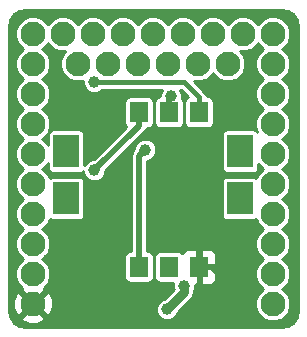
<source format=gbr>
G04 #@! TF.FileFunction,Copper,L2,Bot,Signal*
%FSLAX46Y46*%
G04 Gerber Fmt 4.6, Leading zero omitted, Abs format (unit mm)*
G04 Created by KiCad (PCBNEW 4.0.6) date 04/09/19 16:20:26*
%MOMM*%
%LPD*%
G01*
G04 APERTURE LIST*
%ADD10C,0.100000*%
%ADD11R,1.600000X1.800000*%
%ADD12R,2.200000X2.800000*%
%ADD13C,2.100000*%
%ADD14C,1.000000*%
%ADD15C,0.500000*%
%ADD16C,0.400000*%
%ADD17C,0.750000*%
%ADD18C,0.254000*%
G04 APERTURE END LIST*
D10*
D11*
X155311000Y-71925000D03*
X152771000Y-71925000D03*
X150231000Y-71925000D03*
X155311000Y-85025000D03*
X152771000Y-85025000D03*
X150231000Y-85025000D03*
D12*
X158761000Y-75225000D03*
X158761000Y-79225000D03*
X144061000Y-79225000D03*
X144061000Y-75225000D03*
D13*
X157761000Y-67845000D03*
X155221000Y-67845000D03*
X152681000Y-67845000D03*
X150141000Y-67845000D03*
X147601000Y-67845000D03*
X145061000Y-67845000D03*
X161571000Y-67845000D03*
X161571000Y-70385000D03*
X161571000Y-72925000D03*
X161571000Y-75465000D03*
X161571000Y-78005000D03*
X161571000Y-80545000D03*
X161571000Y-83085000D03*
X161571000Y-85625000D03*
X161571000Y-88165000D03*
X161571000Y-65305000D03*
X159031000Y-65305000D03*
X156491000Y-65305000D03*
X153951000Y-65305000D03*
X151411000Y-65305000D03*
X148871000Y-65305000D03*
X146331000Y-65305000D03*
X143791000Y-65305000D03*
X141251000Y-65305000D03*
X141251000Y-67845000D03*
X141251000Y-70385000D03*
X141251000Y-72925000D03*
X141251000Y-75465000D03*
X141251000Y-78005000D03*
X141251000Y-80545000D03*
X141251000Y-83085000D03*
X141251000Y-85625000D03*
X141251000Y-88165000D03*
D14*
X157711000Y-89775000D03*
X152801000Y-77895000D03*
X146461000Y-76865000D03*
X150781000Y-75105000D03*
X152961000Y-70555000D03*
X146421000Y-69405000D03*
X152621000Y-88635000D03*
X154061000Y-86625000D03*
D15*
X155331000Y-85045000D02*
X156451000Y-85045000D01*
X157701000Y-86295000D02*
X157711000Y-89775000D01*
X156451000Y-85045000D02*
X157701000Y-86295000D01*
X155331000Y-85045000D02*
X155331000Y-80425000D01*
X155331000Y-80425000D02*
X152801000Y-77895000D01*
X150251000Y-71945000D02*
X150251000Y-73075000D01*
X150251000Y-73075000D02*
X146461000Y-76865000D01*
X150251000Y-75635000D02*
X150251000Y-85045000D01*
X150781000Y-75105000D02*
X150251000Y-75635000D01*
X152791000Y-70665000D02*
X152791000Y-71945000D01*
X152961000Y-70555000D02*
X152791000Y-70665000D01*
D16*
X146441000Y-69385000D02*
X146421000Y-69405000D01*
X154071000Y-69385000D02*
X146441000Y-69385000D01*
X155331000Y-70645000D02*
X154071000Y-69385000D01*
X155331000Y-71945000D02*
X155331000Y-70645000D01*
D17*
X152621000Y-88635000D02*
X154061000Y-87195000D01*
X154061000Y-87195000D02*
X154061000Y-86625000D01*
D18*
G36*
X162861421Y-63363419D02*
X163310750Y-63663652D01*
X163610981Y-64112978D01*
X163726400Y-64693233D01*
X163726400Y-88722767D01*
X163610981Y-89303022D01*
X163310750Y-89752348D01*
X162861421Y-90052581D01*
X162281167Y-90168000D01*
X140664633Y-90168000D01*
X140084378Y-90052581D01*
X139635052Y-89752350D01*
X139368684Y-89353703D01*
X140241902Y-89353703D01*
X140346687Y-89625745D01*
X140974526Y-89860619D01*
X141644456Y-89837349D01*
X142155313Y-89625745D01*
X142260098Y-89353703D01*
X141251000Y-88344605D01*
X140241902Y-89353703D01*
X139368684Y-89353703D01*
X139334819Y-89303021D01*
X139219400Y-88722767D01*
X139219400Y-87888526D01*
X139555381Y-87888526D01*
X139578651Y-88558456D01*
X139790255Y-89069313D01*
X140062297Y-89174098D01*
X141071395Y-88165000D01*
X141430605Y-88165000D01*
X142439703Y-89174098D01*
X142711745Y-89069313D01*
X142946619Y-88441474D01*
X142923349Y-87771544D01*
X142711745Y-87260687D01*
X142439703Y-87155902D01*
X141430605Y-88165000D01*
X141071395Y-88165000D01*
X140062297Y-87155902D01*
X139790255Y-87260687D01*
X139555381Y-87888526D01*
X139219400Y-87888526D01*
X139219400Y-65599089D01*
X139765743Y-65599089D01*
X139991344Y-66145086D01*
X140408717Y-66563188D01*
X140436557Y-66574748D01*
X140410914Y-66585344D01*
X139992812Y-67002717D01*
X139766258Y-67548319D01*
X139765743Y-68139089D01*
X139991344Y-68685086D01*
X140408717Y-69103188D01*
X140436557Y-69114748D01*
X140410914Y-69125344D01*
X139992812Y-69542717D01*
X139766258Y-70088319D01*
X139765743Y-70679089D01*
X139991344Y-71225086D01*
X140408717Y-71643188D01*
X140436557Y-71654748D01*
X140410914Y-71665344D01*
X139992812Y-72082717D01*
X139766258Y-72628319D01*
X139765743Y-73219089D01*
X139991344Y-73765086D01*
X140408717Y-74183188D01*
X140436557Y-74194748D01*
X140410914Y-74205344D01*
X139992812Y-74622717D01*
X139766258Y-75168319D01*
X139765743Y-75759089D01*
X139991344Y-76305086D01*
X140408717Y-76723188D01*
X140436557Y-76734748D01*
X140410914Y-76745344D01*
X139992812Y-77162717D01*
X139766258Y-77708319D01*
X139765743Y-78299089D01*
X139991344Y-78845086D01*
X140408717Y-79263188D01*
X140436557Y-79274748D01*
X140410914Y-79285344D01*
X139992812Y-79702717D01*
X139766258Y-80248319D01*
X139765743Y-80839089D01*
X139991344Y-81385086D01*
X140408717Y-81803188D01*
X140436557Y-81814748D01*
X140410914Y-81825344D01*
X139992812Y-82242717D01*
X139766258Y-82788319D01*
X139765743Y-83379089D01*
X139991344Y-83925086D01*
X140408717Y-84343188D01*
X140436557Y-84354748D01*
X140410914Y-84365344D01*
X139992812Y-84782717D01*
X139766258Y-85328319D01*
X139765743Y-85919089D01*
X139991344Y-86465086D01*
X140314225Y-86788531D01*
X140241902Y-86976297D01*
X141251000Y-87985395D01*
X142260098Y-86976297D01*
X142187665Y-86788246D01*
X142509188Y-86467283D01*
X142735742Y-85921681D01*
X142736257Y-85330911D01*
X142510656Y-84784914D01*
X142093283Y-84366812D01*
X142065443Y-84355252D01*
X142091086Y-84344656D01*
X142291090Y-84145000D01*
X149007478Y-84145000D01*
X149007478Y-85945000D01*
X149037810Y-86106201D01*
X149133080Y-86254255D01*
X149278445Y-86353579D01*
X149451000Y-86388522D01*
X151051000Y-86388522D01*
X151212201Y-86358190D01*
X151360255Y-86262920D01*
X151459579Y-86117555D01*
X151494522Y-85945000D01*
X151494522Y-84145000D01*
X151547478Y-84145000D01*
X151547478Y-85945000D01*
X151577810Y-86106201D01*
X151673080Y-86254255D01*
X151818445Y-86353579D01*
X151991000Y-86388522D01*
X153146791Y-86388522D01*
X153126162Y-86438201D01*
X153125838Y-86810167D01*
X153176853Y-86933634D01*
X152392917Y-87717570D01*
X152092057Y-87841883D01*
X151828808Y-88104673D01*
X151686162Y-88448201D01*
X151685838Y-88820167D01*
X151827883Y-89163943D01*
X152090673Y-89427192D01*
X152434201Y-89569838D01*
X152806167Y-89570162D01*
X153149943Y-89428117D01*
X153413192Y-89165327D01*
X153538884Y-88862628D01*
X154633757Y-87767756D01*
X154809343Y-87504973D01*
X154871000Y-87195000D01*
X154871000Y-87112441D01*
X154995838Y-86811799D01*
X154996040Y-86580000D01*
X155045250Y-86580000D01*
X155204000Y-86421250D01*
X155204000Y-85172000D01*
X155458000Y-85172000D01*
X155458000Y-86421250D01*
X155616750Y-86580000D01*
X156257309Y-86580000D01*
X156490698Y-86483327D01*
X156669327Y-86304699D01*
X156766000Y-86071310D01*
X156766000Y-85330750D01*
X156607250Y-85172000D01*
X155458000Y-85172000D01*
X155204000Y-85172000D01*
X155184000Y-85172000D01*
X155184000Y-84918000D01*
X155204000Y-84918000D01*
X155204000Y-83668750D01*
X155458000Y-83668750D01*
X155458000Y-84918000D01*
X156607250Y-84918000D01*
X156766000Y-84759250D01*
X156766000Y-84018690D01*
X156669327Y-83785301D01*
X156490698Y-83606673D01*
X156257309Y-83510000D01*
X155616750Y-83510000D01*
X155458000Y-83668750D01*
X155204000Y-83668750D01*
X155045250Y-83510000D01*
X154404691Y-83510000D01*
X154171302Y-83606673D01*
X153992673Y-83785301D01*
X153947162Y-83895175D01*
X153908920Y-83835745D01*
X153763555Y-83736421D01*
X153591000Y-83701478D01*
X151991000Y-83701478D01*
X151829799Y-83731810D01*
X151681745Y-83827080D01*
X151582421Y-83972445D01*
X151547478Y-84145000D01*
X151494522Y-84145000D01*
X151464190Y-83983799D01*
X151368920Y-83835745D01*
X151223555Y-83736421D01*
X151051000Y-83701478D01*
X150936000Y-83701478D01*
X150936000Y-76040136D01*
X150966167Y-76040162D01*
X151309943Y-75898117D01*
X151573192Y-75635327D01*
X151715838Y-75291799D01*
X151716162Y-74919833D01*
X151574117Y-74576057D01*
X151311327Y-74312808D01*
X150967799Y-74170162D01*
X150595833Y-74169838D01*
X150252057Y-74311883D01*
X149988808Y-74574673D01*
X149846162Y-74918201D01*
X149846029Y-75071235D01*
X149766632Y-75150632D01*
X149618143Y-75372862D01*
X149566000Y-75635000D01*
X149566000Y-83701478D01*
X149451000Y-83701478D01*
X149289799Y-83731810D01*
X149141745Y-83827080D01*
X149042421Y-83972445D01*
X149007478Y-84145000D01*
X142291090Y-84145000D01*
X142509188Y-83927283D01*
X142735742Y-83381681D01*
X142736257Y-82790911D01*
X142510656Y-82244914D01*
X142093283Y-81826812D01*
X142065443Y-81815252D01*
X142091086Y-81804656D01*
X142509188Y-81387283D01*
X142683269Y-80968050D01*
X142808445Y-81053579D01*
X142981000Y-81088522D01*
X145181000Y-81088522D01*
X145342201Y-81058190D01*
X145490255Y-80962920D01*
X145589579Y-80817555D01*
X145624522Y-80645000D01*
X145624522Y-77845000D01*
X145594190Y-77683799D01*
X145498920Y-77535745D01*
X145353555Y-77436421D01*
X145181000Y-77401478D01*
X142981000Y-77401478D01*
X142819799Y-77431810D01*
X142671745Y-77527080D01*
X142664613Y-77537518D01*
X142510656Y-77164914D01*
X142093283Y-76746812D01*
X142065443Y-76735252D01*
X142091086Y-76724656D01*
X142509188Y-76307283D01*
X142537478Y-76239153D01*
X142537478Y-76645000D01*
X142567810Y-76806201D01*
X142663080Y-76954255D01*
X142808445Y-77053579D01*
X142981000Y-77088522D01*
X145181000Y-77088522D01*
X145342201Y-77058190D01*
X145490255Y-76962920D01*
X145525960Y-76910665D01*
X145525838Y-77050167D01*
X145667883Y-77393943D01*
X145930673Y-77657192D01*
X146274201Y-77799838D01*
X146646167Y-77800162D01*
X146989943Y-77658117D01*
X147253192Y-77395327D01*
X147395838Y-77051799D01*
X147395971Y-76898765D01*
X150735368Y-73559368D01*
X150883857Y-73337138D01*
X150893527Y-73288522D01*
X151051000Y-73288522D01*
X151212201Y-73258190D01*
X151360255Y-73162920D01*
X151459579Y-73017555D01*
X151494522Y-72845000D01*
X151494522Y-71045000D01*
X151464190Y-70883799D01*
X151368920Y-70735745D01*
X151223555Y-70636421D01*
X151051000Y-70601478D01*
X149451000Y-70601478D01*
X149289799Y-70631810D01*
X149141745Y-70727080D01*
X149042421Y-70872445D01*
X149007478Y-71045000D01*
X149007478Y-72845000D01*
X149037810Y-73006201D01*
X149133080Y-73154255D01*
X149174623Y-73182641D01*
X146427294Y-75929970D01*
X146275833Y-75929838D01*
X145932057Y-76071883D01*
X145668808Y-76334673D01*
X145624522Y-76441325D01*
X145624522Y-73845000D01*
X145594190Y-73683799D01*
X145498920Y-73535745D01*
X145353555Y-73436421D01*
X145181000Y-73401478D01*
X142981000Y-73401478D01*
X142819799Y-73431810D01*
X142671745Y-73527080D01*
X142572421Y-73672445D01*
X142537478Y-73845000D01*
X142537478Y-74689828D01*
X142510656Y-74624914D01*
X142093283Y-74206812D01*
X142065443Y-74195252D01*
X142091086Y-74184656D01*
X142509188Y-73767283D01*
X142735742Y-73221681D01*
X142736257Y-72630911D01*
X142510656Y-72084914D01*
X142093283Y-71666812D01*
X142065443Y-71655252D01*
X142091086Y-71644656D01*
X142509188Y-71227283D01*
X142735742Y-70681681D01*
X142736257Y-70090911D01*
X142510656Y-69544914D01*
X142093283Y-69126812D01*
X142065443Y-69115252D01*
X142091086Y-69104656D01*
X142509188Y-68687283D01*
X142735742Y-68141681D01*
X142736257Y-67550911D01*
X142510656Y-67004914D01*
X142093283Y-66586812D01*
X142065443Y-66575252D01*
X142091086Y-66564656D01*
X142509188Y-66147283D01*
X142520748Y-66119443D01*
X142531344Y-66145086D01*
X142948717Y-66563188D01*
X143494319Y-66789742D01*
X144015704Y-66790197D01*
X143802812Y-67002717D01*
X143576258Y-67548319D01*
X143575743Y-68139089D01*
X143801344Y-68685086D01*
X144218717Y-69103188D01*
X144764319Y-69329742D01*
X145355089Y-69330257D01*
X145486112Y-69276120D01*
X145485838Y-69590167D01*
X145627883Y-69933943D01*
X145890673Y-70197192D01*
X146234201Y-70339838D01*
X146606167Y-70340162D01*
X146949943Y-70198117D01*
X147128371Y-70020000D01*
X152173489Y-70020000D01*
X152168808Y-70024673D01*
X152026162Y-70368201D01*
X152025959Y-70601478D01*
X151991000Y-70601478D01*
X151829799Y-70631810D01*
X151681745Y-70727080D01*
X151582421Y-70872445D01*
X151547478Y-71045000D01*
X151547478Y-72845000D01*
X151577810Y-73006201D01*
X151673080Y-73154255D01*
X151818445Y-73253579D01*
X151991000Y-73288522D01*
X153591000Y-73288522D01*
X153752201Y-73258190D01*
X153900255Y-73162920D01*
X153999579Y-73017555D01*
X154034522Y-72845000D01*
X154034522Y-71045000D01*
X154004190Y-70883799D01*
X153908920Y-70735745D01*
X153895851Y-70726815D01*
X153896162Y-70369833D01*
X153754117Y-70026057D01*
X153748071Y-70020000D01*
X153807974Y-70020000D01*
X154411868Y-70623894D01*
X154369799Y-70631810D01*
X154221745Y-70727080D01*
X154122421Y-70872445D01*
X154087478Y-71045000D01*
X154087478Y-72845000D01*
X154117810Y-73006201D01*
X154213080Y-73154255D01*
X154358445Y-73253579D01*
X154531000Y-73288522D01*
X156131000Y-73288522D01*
X156292201Y-73258190D01*
X156440255Y-73162920D01*
X156539579Y-73017555D01*
X156574522Y-72845000D01*
X156574522Y-71045000D01*
X156544190Y-70883799D01*
X156448920Y-70735745D01*
X156303555Y-70636421D01*
X156131000Y-70601478D01*
X155957343Y-70601478D01*
X155917664Y-70401996D01*
X155780013Y-70195987D01*
X154906276Y-69322250D01*
X154924319Y-69329742D01*
X155515089Y-69330257D01*
X156061086Y-69104656D01*
X156479188Y-68687283D01*
X156490748Y-68659443D01*
X156501344Y-68685086D01*
X156918717Y-69103188D01*
X157464319Y-69329742D01*
X158055089Y-69330257D01*
X158601086Y-69104656D01*
X159019188Y-68687283D01*
X159245742Y-68141681D01*
X159246257Y-67550911D01*
X159020656Y-67004914D01*
X158805921Y-66789804D01*
X159325089Y-66790257D01*
X159871086Y-66564656D01*
X160289188Y-66147283D01*
X160300748Y-66119443D01*
X160311344Y-66145086D01*
X160728717Y-66563188D01*
X160756557Y-66574748D01*
X160730914Y-66585344D01*
X160312812Y-67002717D01*
X160086258Y-67548319D01*
X160085743Y-68139089D01*
X160311344Y-68685086D01*
X160728717Y-69103188D01*
X160756557Y-69114748D01*
X160730914Y-69125344D01*
X160312812Y-69542717D01*
X160086258Y-70088319D01*
X160085743Y-70679089D01*
X160311344Y-71225086D01*
X160728717Y-71643188D01*
X160756557Y-71654748D01*
X160730914Y-71665344D01*
X160312812Y-72082717D01*
X160086258Y-72628319D01*
X160085743Y-73219089D01*
X160248273Y-73612441D01*
X160198920Y-73535745D01*
X160053555Y-73436421D01*
X159881000Y-73401478D01*
X157681000Y-73401478D01*
X157519799Y-73431810D01*
X157371745Y-73527080D01*
X157272421Y-73672445D01*
X157237478Y-73845000D01*
X157237478Y-76645000D01*
X157267810Y-76806201D01*
X157363080Y-76954255D01*
X157508445Y-77053579D01*
X157681000Y-77088522D01*
X159881000Y-77088522D01*
X160042201Y-77058190D01*
X160190255Y-76962920D01*
X160289579Y-76817555D01*
X160324522Y-76645000D01*
X160324522Y-76318287D01*
X160728717Y-76723188D01*
X160756557Y-76734748D01*
X160730914Y-76745344D01*
X160312812Y-77162717D01*
X160166979Y-77513921D01*
X160053555Y-77436421D01*
X159881000Y-77401478D01*
X157681000Y-77401478D01*
X157519799Y-77431810D01*
X157371745Y-77527080D01*
X157272421Y-77672445D01*
X157237478Y-77845000D01*
X157237478Y-80645000D01*
X157267810Y-80806201D01*
X157363080Y-80954255D01*
X157508445Y-81053579D01*
X157681000Y-81088522D01*
X159881000Y-81088522D01*
X160042201Y-81058190D01*
X160148113Y-80990037D01*
X160311344Y-81385086D01*
X160728717Y-81803188D01*
X160756557Y-81814748D01*
X160730914Y-81825344D01*
X160312812Y-82242717D01*
X160086258Y-82788319D01*
X160085743Y-83379089D01*
X160311344Y-83925086D01*
X160728717Y-84343188D01*
X160756557Y-84354748D01*
X160730914Y-84365344D01*
X160312812Y-84782717D01*
X160086258Y-85328319D01*
X160085743Y-85919089D01*
X160311344Y-86465086D01*
X160728717Y-86883188D01*
X160756557Y-86894748D01*
X160730914Y-86905344D01*
X160312812Y-87322717D01*
X160086258Y-87868319D01*
X160085743Y-88459089D01*
X160311344Y-89005086D01*
X160728717Y-89423188D01*
X161274319Y-89649742D01*
X161865089Y-89650257D01*
X162411086Y-89424656D01*
X162829188Y-89007283D01*
X163055742Y-88461681D01*
X163056257Y-87870911D01*
X162830656Y-87324914D01*
X162413283Y-86906812D01*
X162385443Y-86895252D01*
X162411086Y-86884656D01*
X162829188Y-86467283D01*
X163055742Y-85921681D01*
X163056257Y-85330911D01*
X162830656Y-84784914D01*
X162413283Y-84366812D01*
X162385443Y-84355252D01*
X162411086Y-84344656D01*
X162829188Y-83927283D01*
X163055742Y-83381681D01*
X163056257Y-82790911D01*
X162830656Y-82244914D01*
X162413283Y-81826812D01*
X162385443Y-81815252D01*
X162411086Y-81804656D01*
X162829188Y-81387283D01*
X163055742Y-80841681D01*
X163056257Y-80250911D01*
X162830656Y-79704914D01*
X162413283Y-79286812D01*
X162385443Y-79275252D01*
X162411086Y-79264656D01*
X162829188Y-78847283D01*
X163055742Y-78301681D01*
X163056257Y-77710911D01*
X162830656Y-77164914D01*
X162413283Y-76746812D01*
X162385443Y-76735252D01*
X162411086Y-76724656D01*
X162829188Y-76307283D01*
X163055742Y-75761681D01*
X163056257Y-75170911D01*
X162830656Y-74624914D01*
X162413283Y-74206812D01*
X162385443Y-74195252D01*
X162411086Y-74184656D01*
X162829188Y-73767283D01*
X163055742Y-73221681D01*
X163056257Y-72630911D01*
X162830656Y-72084914D01*
X162413283Y-71666812D01*
X162385443Y-71655252D01*
X162411086Y-71644656D01*
X162829188Y-71227283D01*
X163055742Y-70681681D01*
X163056257Y-70090911D01*
X162830656Y-69544914D01*
X162413283Y-69126812D01*
X162385443Y-69115252D01*
X162411086Y-69104656D01*
X162829188Y-68687283D01*
X163055742Y-68141681D01*
X163056257Y-67550911D01*
X162830656Y-67004914D01*
X162413283Y-66586812D01*
X162385443Y-66575252D01*
X162411086Y-66564656D01*
X162829188Y-66147283D01*
X163055742Y-65601681D01*
X163056257Y-65010911D01*
X162830656Y-64464914D01*
X162413283Y-64046812D01*
X161867681Y-63820258D01*
X161276911Y-63819743D01*
X160730914Y-64045344D01*
X160312812Y-64462717D01*
X160301252Y-64490557D01*
X160290656Y-64464914D01*
X159873283Y-64046812D01*
X159327681Y-63820258D01*
X158736911Y-63819743D01*
X158190914Y-64045344D01*
X157772812Y-64462717D01*
X157761252Y-64490557D01*
X157750656Y-64464914D01*
X157333283Y-64046812D01*
X156787681Y-63820258D01*
X156196911Y-63819743D01*
X155650914Y-64045344D01*
X155232812Y-64462717D01*
X155221252Y-64490557D01*
X155210656Y-64464914D01*
X154793283Y-64046812D01*
X154247681Y-63820258D01*
X153656911Y-63819743D01*
X153110914Y-64045344D01*
X152692812Y-64462717D01*
X152681252Y-64490557D01*
X152670656Y-64464914D01*
X152253283Y-64046812D01*
X151707681Y-63820258D01*
X151116911Y-63819743D01*
X150570914Y-64045344D01*
X150152812Y-64462717D01*
X150141252Y-64490557D01*
X150130656Y-64464914D01*
X149713283Y-64046812D01*
X149167681Y-63820258D01*
X148576911Y-63819743D01*
X148030914Y-64045344D01*
X147612812Y-64462717D01*
X147601252Y-64490557D01*
X147590656Y-64464914D01*
X147173283Y-64046812D01*
X146627681Y-63820258D01*
X146036911Y-63819743D01*
X145490914Y-64045344D01*
X145072812Y-64462717D01*
X145061252Y-64490557D01*
X145050656Y-64464914D01*
X144633283Y-64046812D01*
X144087681Y-63820258D01*
X143496911Y-63819743D01*
X142950914Y-64045344D01*
X142532812Y-64462717D01*
X142521252Y-64490557D01*
X142510656Y-64464914D01*
X142093283Y-64046812D01*
X141547681Y-63820258D01*
X140956911Y-63819743D01*
X140410914Y-64045344D01*
X139992812Y-64462717D01*
X139766258Y-65008319D01*
X139765743Y-65599089D01*
X139219400Y-65599089D01*
X139219400Y-64693233D01*
X139334819Y-64112979D01*
X139635052Y-63663650D01*
X140084378Y-63363419D01*
X140664633Y-63248000D01*
X162281167Y-63248000D01*
X162861421Y-63363419D01*
X162861421Y-63363419D01*
G37*
X162861421Y-63363419D02*
X163310750Y-63663652D01*
X163610981Y-64112978D01*
X163726400Y-64693233D01*
X163726400Y-88722767D01*
X163610981Y-89303022D01*
X163310750Y-89752348D01*
X162861421Y-90052581D01*
X162281167Y-90168000D01*
X140664633Y-90168000D01*
X140084378Y-90052581D01*
X139635052Y-89752350D01*
X139368684Y-89353703D01*
X140241902Y-89353703D01*
X140346687Y-89625745D01*
X140974526Y-89860619D01*
X141644456Y-89837349D01*
X142155313Y-89625745D01*
X142260098Y-89353703D01*
X141251000Y-88344605D01*
X140241902Y-89353703D01*
X139368684Y-89353703D01*
X139334819Y-89303021D01*
X139219400Y-88722767D01*
X139219400Y-87888526D01*
X139555381Y-87888526D01*
X139578651Y-88558456D01*
X139790255Y-89069313D01*
X140062297Y-89174098D01*
X141071395Y-88165000D01*
X141430605Y-88165000D01*
X142439703Y-89174098D01*
X142711745Y-89069313D01*
X142946619Y-88441474D01*
X142923349Y-87771544D01*
X142711745Y-87260687D01*
X142439703Y-87155902D01*
X141430605Y-88165000D01*
X141071395Y-88165000D01*
X140062297Y-87155902D01*
X139790255Y-87260687D01*
X139555381Y-87888526D01*
X139219400Y-87888526D01*
X139219400Y-65599089D01*
X139765743Y-65599089D01*
X139991344Y-66145086D01*
X140408717Y-66563188D01*
X140436557Y-66574748D01*
X140410914Y-66585344D01*
X139992812Y-67002717D01*
X139766258Y-67548319D01*
X139765743Y-68139089D01*
X139991344Y-68685086D01*
X140408717Y-69103188D01*
X140436557Y-69114748D01*
X140410914Y-69125344D01*
X139992812Y-69542717D01*
X139766258Y-70088319D01*
X139765743Y-70679089D01*
X139991344Y-71225086D01*
X140408717Y-71643188D01*
X140436557Y-71654748D01*
X140410914Y-71665344D01*
X139992812Y-72082717D01*
X139766258Y-72628319D01*
X139765743Y-73219089D01*
X139991344Y-73765086D01*
X140408717Y-74183188D01*
X140436557Y-74194748D01*
X140410914Y-74205344D01*
X139992812Y-74622717D01*
X139766258Y-75168319D01*
X139765743Y-75759089D01*
X139991344Y-76305086D01*
X140408717Y-76723188D01*
X140436557Y-76734748D01*
X140410914Y-76745344D01*
X139992812Y-77162717D01*
X139766258Y-77708319D01*
X139765743Y-78299089D01*
X139991344Y-78845086D01*
X140408717Y-79263188D01*
X140436557Y-79274748D01*
X140410914Y-79285344D01*
X139992812Y-79702717D01*
X139766258Y-80248319D01*
X139765743Y-80839089D01*
X139991344Y-81385086D01*
X140408717Y-81803188D01*
X140436557Y-81814748D01*
X140410914Y-81825344D01*
X139992812Y-82242717D01*
X139766258Y-82788319D01*
X139765743Y-83379089D01*
X139991344Y-83925086D01*
X140408717Y-84343188D01*
X140436557Y-84354748D01*
X140410914Y-84365344D01*
X139992812Y-84782717D01*
X139766258Y-85328319D01*
X139765743Y-85919089D01*
X139991344Y-86465086D01*
X140314225Y-86788531D01*
X140241902Y-86976297D01*
X141251000Y-87985395D01*
X142260098Y-86976297D01*
X142187665Y-86788246D01*
X142509188Y-86467283D01*
X142735742Y-85921681D01*
X142736257Y-85330911D01*
X142510656Y-84784914D01*
X142093283Y-84366812D01*
X142065443Y-84355252D01*
X142091086Y-84344656D01*
X142291090Y-84145000D01*
X149007478Y-84145000D01*
X149007478Y-85945000D01*
X149037810Y-86106201D01*
X149133080Y-86254255D01*
X149278445Y-86353579D01*
X149451000Y-86388522D01*
X151051000Y-86388522D01*
X151212201Y-86358190D01*
X151360255Y-86262920D01*
X151459579Y-86117555D01*
X151494522Y-85945000D01*
X151494522Y-84145000D01*
X151547478Y-84145000D01*
X151547478Y-85945000D01*
X151577810Y-86106201D01*
X151673080Y-86254255D01*
X151818445Y-86353579D01*
X151991000Y-86388522D01*
X153146791Y-86388522D01*
X153126162Y-86438201D01*
X153125838Y-86810167D01*
X153176853Y-86933634D01*
X152392917Y-87717570D01*
X152092057Y-87841883D01*
X151828808Y-88104673D01*
X151686162Y-88448201D01*
X151685838Y-88820167D01*
X151827883Y-89163943D01*
X152090673Y-89427192D01*
X152434201Y-89569838D01*
X152806167Y-89570162D01*
X153149943Y-89428117D01*
X153413192Y-89165327D01*
X153538884Y-88862628D01*
X154633757Y-87767756D01*
X154809343Y-87504973D01*
X154871000Y-87195000D01*
X154871000Y-87112441D01*
X154995838Y-86811799D01*
X154996040Y-86580000D01*
X155045250Y-86580000D01*
X155204000Y-86421250D01*
X155204000Y-85172000D01*
X155458000Y-85172000D01*
X155458000Y-86421250D01*
X155616750Y-86580000D01*
X156257309Y-86580000D01*
X156490698Y-86483327D01*
X156669327Y-86304699D01*
X156766000Y-86071310D01*
X156766000Y-85330750D01*
X156607250Y-85172000D01*
X155458000Y-85172000D01*
X155204000Y-85172000D01*
X155184000Y-85172000D01*
X155184000Y-84918000D01*
X155204000Y-84918000D01*
X155204000Y-83668750D01*
X155458000Y-83668750D01*
X155458000Y-84918000D01*
X156607250Y-84918000D01*
X156766000Y-84759250D01*
X156766000Y-84018690D01*
X156669327Y-83785301D01*
X156490698Y-83606673D01*
X156257309Y-83510000D01*
X155616750Y-83510000D01*
X155458000Y-83668750D01*
X155204000Y-83668750D01*
X155045250Y-83510000D01*
X154404691Y-83510000D01*
X154171302Y-83606673D01*
X153992673Y-83785301D01*
X153947162Y-83895175D01*
X153908920Y-83835745D01*
X153763555Y-83736421D01*
X153591000Y-83701478D01*
X151991000Y-83701478D01*
X151829799Y-83731810D01*
X151681745Y-83827080D01*
X151582421Y-83972445D01*
X151547478Y-84145000D01*
X151494522Y-84145000D01*
X151464190Y-83983799D01*
X151368920Y-83835745D01*
X151223555Y-83736421D01*
X151051000Y-83701478D01*
X150936000Y-83701478D01*
X150936000Y-76040136D01*
X150966167Y-76040162D01*
X151309943Y-75898117D01*
X151573192Y-75635327D01*
X151715838Y-75291799D01*
X151716162Y-74919833D01*
X151574117Y-74576057D01*
X151311327Y-74312808D01*
X150967799Y-74170162D01*
X150595833Y-74169838D01*
X150252057Y-74311883D01*
X149988808Y-74574673D01*
X149846162Y-74918201D01*
X149846029Y-75071235D01*
X149766632Y-75150632D01*
X149618143Y-75372862D01*
X149566000Y-75635000D01*
X149566000Y-83701478D01*
X149451000Y-83701478D01*
X149289799Y-83731810D01*
X149141745Y-83827080D01*
X149042421Y-83972445D01*
X149007478Y-84145000D01*
X142291090Y-84145000D01*
X142509188Y-83927283D01*
X142735742Y-83381681D01*
X142736257Y-82790911D01*
X142510656Y-82244914D01*
X142093283Y-81826812D01*
X142065443Y-81815252D01*
X142091086Y-81804656D01*
X142509188Y-81387283D01*
X142683269Y-80968050D01*
X142808445Y-81053579D01*
X142981000Y-81088522D01*
X145181000Y-81088522D01*
X145342201Y-81058190D01*
X145490255Y-80962920D01*
X145589579Y-80817555D01*
X145624522Y-80645000D01*
X145624522Y-77845000D01*
X145594190Y-77683799D01*
X145498920Y-77535745D01*
X145353555Y-77436421D01*
X145181000Y-77401478D01*
X142981000Y-77401478D01*
X142819799Y-77431810D01*
X142671745Y-77527080D01*
X142664613Y-77537518D01*
X142510656Y-77164914D01*
X142093283Y-76746812D01*
X142065443Y-76735252D01*
X142091086Y-76724656D01*
X142509188Y-76307283D01*
X142537478Y-76239153D01*
X142537478Y-76645000D01*
X142567810Y-76806201D01*
X142663080Y-76954255D01*
X142808445Y-77053579D01*
X142981000Y-77088522D01*
X145181000Y-77088522D01*
X145342201Y-77058190D01*
X145490255Y-76962920D01*
X145525960Y-76910665D01*
X145525838Y-77050167D01*
X145667883Y-77393943D01*
X145930673Y-77657192D01*
X146274201Y-77799838D01*
X146646167Y-77800162D01*
X146989943Y-77658117D01*
X147253192Y-77395327D01*
X147395838Y-77051799D01*
X147395971Y-76898765D01*
X150735368Y-73559368D01*
X150883857Y-73337138D01*
X150893527Y-73288522D01*
X151051000Y-73288522D01*
X151212201Y-73258190D01*
X151360255Y-73162920D01*
X151459579Y-73017555D01*
X151494522Y-72845000D01*
X151494522Y-71045000D01*
X151464190Y-70883799D01*
X151368920Y-70735745D01*
X151223555Y-70636421D01*
X151051000Y-70601478D01*
X149451000Y-70601478D01*
X149289799Y-70631810D01*
X149141745Y-70727080D01*
X149042421Y-70872445D01*
X149007478Y-71045000D01*
X149007478Y-72845000D01*
X149037810Y-73006201D01*
X149133080Y-73154255D01*
X149174623Y-73182641D01*
X146427294Y-75929970D01*
X146275833Y-75929838D01*
X145932057Y-76071883D01*
X145668808Y-76334673D01*
X145624522Y-76441325D01*
X145624522Y-73845000D01*
X145594190Y-73683799D01*
X145498920Y-73535745D01*
X145353555Y-73436421D01*
X145181000Y-73401478D01*
X142981000Y-73401478D01*
X142819799Y-73431810D01*
X142671745Y-73527080D01*
X142572421Y-73672445D01*
X142537478Y-73845000D01*
X142537478Y-74689828D01*
X142510656Y-74624914D01*
X142093283Y-74206812D01*
X142065443Y-74195252D01*
X142091086Y-74184656D01*
X142509188Y-73767283D01*
X142735742Y-73221681D01*
X142736257Y-72630911D01*
X142510656Y-72084914D01*
X142093283Y-71666812D01*
X142065443Y-71655252D01*
X142091086Y-71644656D01*
X142509188Y-71227283D01*
X142735742Y-70681681D01*
X142736257Y-70090911D01*
X142510656Y-69544914D01*
X142093283Y-69126812D01*
X142065443Y-69115252D01*
X142091086Y-69104656D01*
X142509188Y-68687283D01*
X142735742Y-68141681D01*
X142736257Y-67550911D01*
X142510656Y-67004914D01*
X142093283Y-66586812D01*
X142065443Y-66575252D01*
X142091086Y-66564656D01*
X142509188Y-66147283D01*
X142520748Y-66119443D01*
X142531344Y-66145086D01*
X142948717Y-66563188D01*
X143494319Y-66789742D01*
X144015704Y-66790197D01*
X143802812Y-67002717D01*
X143576258Y-67548319D01*
X143575743Y-68139089D01*
X143801344Y-68685086D01*
X144218717Y-69103188D01*
X144764319Y-69329742D01*
X145355089Y-69330257D01*
X145486112Y-69276120D01*
X145485838Y-69590167D01*
X145627883Y-69933943D01*
X145890673Y-70197192D01*
X146234201Y-70339838D01*
X146606167Y-70340162D01*
X146949943Y-70198117D01*
X147128371Y-70020000D01*
X152173489Y-70020000D01*
X152168808Y-70024673D01*
X152026162Y-70368201D01*
X152025959Y-70601478D01*
X151991000Y-70601478D01*
X151829799Y-70631810D01*
X151681745Y-70727080D01*
X151582421Y-70872445D01*
X151547478Y-71045000D01*
X151547478Y-72845000D01*
X151577810Y-73006201D01*
X151673080Y-73154255D01*
X151818445Y-73253579D01*
X151991000Y-73288522D01*
X153591000Y-73288522D01*
X153752201Y-73258190D01*
X153900255Y-73162920D01*
X153999579Y-73017555D01*
X154034522Y-72845000D01*
X154034522Y-71045000D01*
X154004190Y-70883799D01*
X153908920Y-70735745D01*
X153895851Y-70726815D01*
X153896162Y-70369833D01*
X153754117Y-70026057D01*
X153748071Y-70020000D01*
X153807974Y-70020000D01*
X154411868Y-70623894D01*
X154369799Y-70631810D01*
X154221745Y-70727080D01*
X154122421Y-70872445D01*
X154087478Y-71045000D01*
X154087478Y-72845000D01*
X154117810Y-73006201D01*
X154213080Y-73154255D01*
X154358445Y-73253579D01*
X154531000Y-73288522D01*
X156131000Y-73288522D01*
X156292201Y-73258190D01*
X156440255Y-73162920D01*
X156539579Y-73017555D01*
X156574522Y-72845000D01*
X156574522Y-71045000D01*
X156544190Y-70883799D01*
X156448920Y-70735745D01*
X156303555Y-70636421D01*
X156131000Y-70601478D01*
X155957343Y-70601478D01*
X155917664Y-70401996D01*
X155780013Y-70195987D01*
X154906276Y-69322250D01*
X154924319Y-69329742D01*
X155515089Y-69330257D01*
X156061086Y-69104656D01*
X156479188Y-68687283D01*
X156490748Y-68659443D01*
X156501344Y-68685086D01*
X156918717Y-69103188D01*
X157464319Y-69329742D01*
X158055089Y-69330257D01*
X158601086Y-69104656D01*
X159019188Y-68687283D01*
X159245742Y-68141681D01*
X159246257Y-67550911D01*
X159020656Y-67004914D01*
X158805921Y-66789804D01*
X159325089Y-66790257D01*
X159871086Y-66564656D01*
X160289188Y-66147283D01*
X160300748Y-66119443D01*
X160311344Y-66145086D01*
X160728717Y-66563188D01*
X160756557Y-66574748D01*
X160730914Y-66585344D01*
X160312812Y-67002717D01*
X160086258Y-67548319D01*
X160085743Y-68139089D01*
X160311344Y-68685086D01*
X160728717Y-69103188D01*
X160756557Y-69114748D01*
X160730914Y-69125344D01*
X160312812Y-69542717D01*
X160086258Y-70088319D01*
X160085743Y-70679089D01*
X160311344Y-71225086D01*
X160728717Y-71643188D01*
X160756557Y-71654748D01*
X160730914Y-71665344D01*
X160312812Y-72082717D01*
X160086258Y-72628319D01*
X160085743Y-73219089D01*
X160248273Y-73612441D01*
X160198920Y-73535745D01*
X160053555Y-73436421D01*
X159881000Y-73401478D01*
X157681000Y-73401478D01*
X157519799Y-73431810D01*
X157371745Y-73527080D01*
X157272421Y-73672445D01*
X157237478Y-73845000D01*
X157237478Y-76645000D01*
X157267810Y-76806201D01*
X157363080Y-76954255D01*
X157508445Y-77053579D01*
X157681000Y-77088522D01*
X159881000Y-77088522D01*
X160042201Y-77058190D01*
X160190255Y-76962920D01*
X160289579Y-76817555D01*
X160324522Y-76645000D01*
X160324522Y-76318287D01*
X160728717Y-76723188D01*
X160756557Y-76734748D01*
X160730914Y-76745344D01*
X160312812Y-77162717D01*
X160166979Y-77513921D01*
X160053555Y-77436421D01*
X159881000Y-77401478D01*
X157681000Y-77401478D01*
X157519799Y-77431810D01*
X157371745Y-77527080D01*
X157272421Y-77672445D01*
X157237478Y-77845000D01*
X157237478Y-80645000D01*
X157267810Y-80806201D01*
X157363080Y-80954255D01*
X157508445Y-81053579D01*
X157681000Y-81088522D01*
X159881000Y-81088522D01*
X160042201Y-81058190D01*
X160148113Y-80990037D01*
X160311344Y-81385086D01*
X160728717Y-81803188D01*
X160756557Y-81814748D01*
X160730914Y-81825344D01*
X160312812Y-82242717D01*
X160086258Y-82788319D01*
X160085743Y-83379089D01*
X160311344Y-83925086D01*
X160728717Y-84343188D01*
X160756557Y-84354748D01*
X160730914Y-84365344D01*
X160312812Y-84782717D01*
X160086258Y-85328319D01*
X160085743Y-85919089D01*
X160311344Y-86465086D01*
X160728717Y-86883188D01*
X160756557Y-86894748D01*
X160730914Y-86905344D01*
X160312812Y-87322717D01*
X160086258Y-87868319D01*
X160085743Y-88459089D01*
X160311344Y-89005086D01*
X160728717Y-89423188D01*
X161274319Y-89649742D01*
X161865089Y-89650257D01*
X162411086Y-89424656D01*
X162829188Y-89007283D01*
X163055742Y-88461681D01*
X163056257Y-87870911D01*
X162830656Y-87324914D01*
X162413283Y-86906812D01*
X162385443Y-86895252D01*
X162411086Y-86884656D01*
X162829188Y-86467283D01*
X163055742Y-85921681D01*
X163056257Y-85330911D01*
X162830656Y-84784914D01*
X162413283Y-84366812D01*
X162385443Y-84355252D01*
X162411086Y-84344656D01*
X162829188Y-83927283D01*
X163055742Y-83381681D01*
X163056257Y-82790911D01*
X162830656Y-82244914D01*
X162413283Y-81826812D01*
X162385443Y-81815252D01*
X162411086Y-81804656D01*
X162829188Y-81387283D01*
X163055742Y-80841681D01*
X163056257Y-80250911D01*
X162830656Y-79704914D01*
X162413283Y-79286812D01*
X162385443Y-79275252D01*
X162411086Y-79264656D01*
X162829188Y-78847283D01*
X163055742Y-78301681D01*
X163056257Y-77710911D01*
X162830656Y-77164914D01*
X162413283Y-76746812D01*
X162385443Y-76735252D01*
X162411086Y-76724656D01*
X162829188Y-76307283D01*
X163055742Y-75761681D01*
X163056257Y-75170911D01*
X162830656Y-74624914D01*
X162413283Y-74206812D01*
X162385443Y-74195252D01*
X162411086Y-74184656D01*
X162829188Y-73767283D01*
X163055742Y-73221681D01*
X163056257Y-72630911D01*
X162830656Y-72084914D01*
X162413283Y-71666812D01*
X162385443Y-71655252D01*
X162411086Y-71644656D01*
X162829188Y-71227283D01*
X163055742Y-70681681D01*
X163056257Y-70090911D01*
X162830656Y-69544914D01*
X162413283Y-69126812D01*
X162385443Y-69115252D01*
X162411086Y-69104656D01*
X162829188Y-68687283D01*
X163055742Y-68141681D01*
X163056257Y-67550911D01*
X162830656Y-67004914D01*
X162413283Y-66586812D01*
X162385443Y-66575252D01*
X162411086Y-66564656D01*
X162829188Y-66147283D01*
X163055742Y-65601681D01*
X163056257Y-65010911D01*
X162830656Y-64464914D01*
X162413283Y-64046812D01*
X161867681Y-63820258D01*
X161276911Y-63819743D01*
X160730914Y-64045344D01*
X160312812Y-64462717D01*
X160301252Y-64490557D01*
X160290656Y-64464914D01*
X159873283Y-64046812D01*
X159327681Y-63820258D01*
X158736911Y-63819743D01*
X158190914Y-64045344D01*
X157772812Y-64462717D01*
X157761252Y-64490557D01*
X157750656Y-64464914D01*
X157333283Y-64046812D01*
X156787681Y-63820258D01*
X156196911Y-63819743D01*
X155650914Y-64045344D01*
X155232812Y-64462717D01*
X155221252Y-64490557D01*
X155210656Y-64464914D01*
X154793283Y-64046812D01*
X154247681Y-63820258D01*
X153656911Y-63819743D01*
X153110914Y-64045344D01*
X152692812Y-64462717D01*
X152681252Y-64490557D01*
X152670656Y-64464914D01*
X152253283Y-64046812D01*
X151707681Y-63820258D01*
X151116911Y-63819743D01*
X150570914Y-64045344D01*
X150152812Y-64462717D01*
X150141252Y-64490557D01*
X150130656Y-64464914D01*
X149713283Y-64046812D01*
X149167681Y-63820258D01*
X148576911Y-63819743D01*
X148030914Y-64045344D01*
X147612812Y-64462717D01*
X147601252Y-64490557D01*
X147590656Y-64464914D01*
X147173283Y-64046812D01*
X146627681Y-63820258D01*
X146036911Y-63819743D01*
X145490914Y-64045344D01*
X145072812Y-64462717D01*
X145061252Y-64490557D01*
X145050656Y-64464914D01*
X144633283Y-64046812D01*
X144087681Y-63820258D01*
X143496911Y-63819743D01*
X142950914Y-64045344D01*
X142532812Y-64462717D01*
X142521252Y-64490557D01*
X142510656Y-64464914D01*
X142093283Y-64046812D01*
X141547681Y-63820258D01*
X140956911Y-63819743D01*
X140410914Y-64045344D01*
X139992812Y-64462717D01*
X139766258Y-65008319D01*
X139765743Y-65599089D01*
X139219400Y-65599089D01*
X139219400Y-64693233D01*
X139334819Y-64112979D01*
X139635052Y-63663650D01*
X140084378Y-63363419D01*
X140664633Y-63248000D01*
X162281167Y-63248000D01*
X162861421Y-63363419D01*
M02*

</source>
